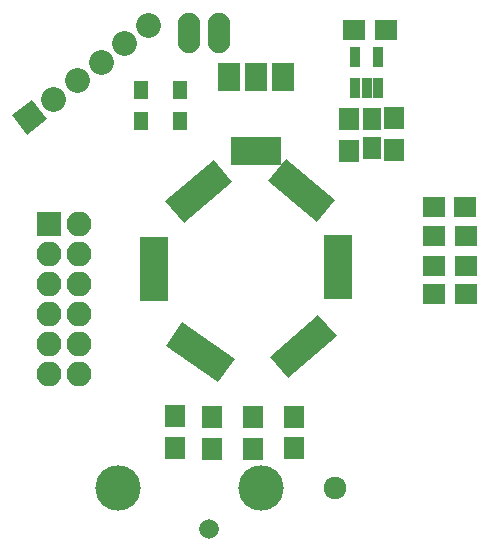
<source format=gbs>
G04 #@! TF.FileFunction,Soldermask,Bot*
%FSLAX46Y46*%
G04 Gerber Fmt 4.6, Leading zero omitted, Abs format (unit mm)*
G04 Created by KiCad (PCBNEW 4.0.7) date 01/22/18 19:21:18*
%MOMM*%
%LPD*%
G01*
G04 APERTURE LIST*
%ADD10C,0.100000*%
%ADD11R,4.200000X2.400000*%
%ADD12R,1.900000X2.400000*%
%ADD13R,1.650000X1.900000*%
%ADD14R,1.700000X1.900000*%
%ADD15R,0.958800X1.670000*%
%ADD16C,1.670000*%
%ADD17C,3.850000*%
%ADD18C,1.920000*%
%ADD19R,1.300000X1.600000*%
%ADD20O,1.910000X3.410000*%
%ADD21R,2.100000X2.100000*%
%ADD22O,2.100000X2.100000*%
%ADD23R,1.900000X1.700000*%
%ADD24R,2.400000X5.400000*%
%ADD25C,2.100000*%
G04 APERTURE END LIST*
D10*
G36*
X148590002Y-98685674D02*
X147213419Y-100651639D01*
X142789998Y-97554326D01*
X144166581Y-95588361D01*
X148590002Y-98685674D01*
X148590002Y-98685674D01*
G37*
D11*
X150370000Y-81090000D03*
D12*
X150370000Y-74790000D03*
X152670000Y-74790000D03*
X148070000Y-74790000D03*
D13*
X160170000Y-80830000D03*
X160170000Y-78330000D03*
D14*
X162110000Y-78290000D03*
X162110000Y-80990000D03*
D15*
X160689800Y-75725400D03*
X159750000Y-75725400D03*
X158810200Y-75725400D03*
X158810200Y-73134600D03*
X160689800Y-73134600D03*
D14*
X153620000Y-106250000D03*
X153620000Y-103550000D03*
D16*
X146410000Y-113070000D03*
D17*
X138690000Y-109620000D03*
X150830000Y-109620000D03*
D18*
X157120000Y-109620000D03*
D19*
X140640000Y-75870000D03*
X143940000Y-75870000D03*
X143940000Y-78520000D03*
X140640000Y-78520000D03*
D20*
X144740000Y-71050000D03*
X147280000Y-71050000D03*
D21*
X132900000Y-87270000D03*
D22*
X135440000Y-87270000D03*
X132900000Y-89810000D03*
X135440000Y-89810000D03*
X132900000Y-92350000D03*
X135440000Y-92350000D03*
X132900000Y-94890000D03*
X135440000Y-94890000D03*
X132900000Y-97430000D03*
X135440000Y-97430000D03*
X132900000Y-99970000D03*
X135440000Y-99970000D03*
D14*
X143510000Y-106210000D03*
X143510000Y-103510000D03*
X146680000Y-106270000D03*
X146680000Y-103570000D03*
X150110000Y-106290000D03*
X150110000Y-103590000D03*
D23*
X165420000Y-85790000D03*
X168120000Y-85790000D03*
X165440000Y-90790000D03*
X168140000Y-90790000D03*
X168140000Y-93200000D03*
X165440000Y-93200000D03*
X165440000Y-88290000D03*
X168140000Y-88290000D03*
X158700000Y-70820000D03*
X161400000Y-70820000D03*
D10*
G36*
X153139555Y-100297011D02*
X151565013Y-98485708D01*
X155640445Y-94942989D01*
X157214987Y-96754292D01*
X153139555Y-100297011D01*
X153139555Y-100297011D01*
G37*
D24*
X141740000Y-91070000D03*
X157360000Y-90930000D03*
D14*
X158270000Y-81050000D03*
X158270000Y-78350000D03*
D10*
G36*
X144253025Y-87154780D02*
X142710335Y-85316273D01*
X146846975Y-81845220D01*
X148389665Y-83683727D01*
X144253025Y-87154780D01*
X144253025Y-87154780D01*
G37*
G36*
X157059665Y-85226273D02*
X155516975Y-87064780D01*
X151380335Y-83593727D01*
X152923025Y-81755220D01*
X157059665Y-85226273D01*
X157059665Y-85226273D01*
G37*
G36*
X132699147Y-78399891D02*
X131044324Y-79692780D01*
X129751435Y-78037957D01*
X131406258Y-76745068D01*
X132699147Y-78399891D01*
X132699147Y-78399891D01*
G37*
D25*
X133226838Y-76655144D02*
X133226838Y-76655144D01*
X135228386Y-75091364D02*
X135228386Y-75091364D01*
X137229933Y-73527584D02*
X137229933Y-73527584D01*
X139231480Y-71963803D02*
X139231480Y-71963803D01*
X141233028Y-70400023D02*
X141233028Y-70400023D01*
M02*

</source>
